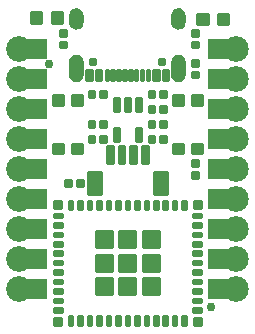
<source format=gts>
G04 EAGLE Gerber RS-274X export*
G75*
%MOMM*%
%FSLAX34Y34*%
%LPD*%
%INSoldermask Top*%
%IPPOS*%
%AMOC8*
5,1,8,0,0,1.08239X$1,22.5*%
G01*
%ADD10C,0.230578*%
%ADD11C,0.225369*%
%ADD12C,0.777000*%
%ADD13C,0.223409*%
%ADD14C,0.428259*%
%ADD15C,0.225938*%
%ADD16C,0.762000*%
%ADD17C,0.225588*%
%ADD18C,1.147000*%
%ADD19C,2.167000*%
%ADD20C,0.226609*%
%ADD21C,0.220778*%
%ADD22C,0.231559*%

G36*
X33022Y283720D02*
X33022Y283720D01*
X33024Y283719D01*
X33067Y283739D01*
X33111Y283757D01*
X33111Y283759D01*
X33113Y283760D01*
X33146Y283845D01*
X33146Y300355D01*
X33145Y300357D01*
X33146Y300359D01*
X33126Y300402D01*
X33108Y300446D01*
X33106Y300446D01*
X33105Y300448D01*
X33020Y300481D01*
X12700Y300481D01*
X12698Y300480D01*
X12696Y300481D01*
X12653Y300461D01*
X12609Y300443D01*
X12609Y300441D01*
X12607Y300440D01*
X12574Y300355D01*
X12574Y283845D01*
X12575Y283843D01*
X12574Y283841D01*
X12594Y283798D01*
X12612Y283754D01*
X12614Y283754D01*
X12615Y283752D01*
X12700Y283719D01*
X33020Y283719D01*
X33022Y283720D01*
G37*
G36*
X190502Y283720D02*
X190502Y283720D01*
X190504Y283719D01*
X190547Y283739D01*
X190591Y283757D01*
X190591Y283759D01*
X190593Y283760D01*
X190626Y283845D01*
X190626Y300355D01*
X190625Y300357D01*
X190626Y300359D01*
X190606Y300402D01*
X190588Y300446D01*
X190586Y300446D01*
X190585Y300448D01*
X190500Y300481D01*
X170180Y300481D01*
X170178Y300480D01*
X170176Y300481D01*
X170133Y300461D01*
X170089Y300443D01*
X170089Y300441D01*
X170087Y300440D01*
X170054Y300355D01*
X170054Y283845D01*
X170055Y283843D01*
X170054Y283841D01*
X170074Y283798D01*
X170092Y283754D01*
X170094Y283754D01*
X170095Y283752D01*
X170180Y283719D01*
X190500Y283719D01*
X190502Y283720D01*
G37*
G36*
X190502Y258320D02*
X190502Y258320D01*
X190504Y258319D01*
X190547Y258339D01*
X190591Y258357D01*
X190591Y258359D01*
X190593Y258360D01*
X190626Y258445D01*
X190626Y274955D01*
X190625Y274957D01*
X190626Y274959D01*
X190606Y275002D01*
X190588Y275046D01*
X190586Y275046D01*
X190585Y275048D01*
X190500Y275081D01*
X170180Y275081D01*
X170178Y275080D01*
X170176Y275081D01*
X170133Y275061D01*
X170089Y275043D01*
X170089Y275041D01*
X170087Y275040D01*
X170054Y274955D01*
X170054Y258445D01*
X170055Y258443D01*
X170054Y258441D01*
X170074Y258398D01*
X170092Y258354D01*
X170094Y258354D01*
X170095Y258352D01*
X170180Y258319D01*
X190500Y258319D01*
X190502Y258320D01*
G37*
G36*
X33022Y258320D02*
X33022Y258320D01*
X33024Y258319D01*
X33067Y258339D01*
X33111Y258357D01*
X33111Y258359D01*
X33113Y258360D01*
X33146Y258445D01*
X33146Y274955D01*
X33145Y274957D01*
X33146Y274959D01*
X33126Y275002D01*
X33108Y275046D01*
X33106Y275046D01*
X33105Y275048D01*
X33020Y275081D01*
X12700Y275081D01*
X12698Y275080D01*
X12696Y275081D01*
X12653Y275061D01*
X12609Y275043D01*
X12609Y275041D01*
X12607Y275040D01*
X12574Y274955D01*
X12574Y258445D01*
X12575Y258443D01*
X12574Y258441D01*
X12594Y258398D01*
X12612Y258354D01*
X12614Y258354D01*
X12615Y258352D01*
X12700Y258319D01*
X33020Y258319D01*
X33022Y258320D01*
G37*
G36*
X33022Y232920D02*
X33022Y232920D01*
X33024Y232919D01*
X33067Y232939D01*
X33111Y232957D01*
X33111Y232959D01*
X33113Y232960D01*
X33146Y233045D01*
X33146Y249555D01*
X33145Y249557D01*
X33146Y249559D01*
X33126Y249602D01*
X33108Y249646D01*
X33106Y249646D01*
X33105Y249648D01*
X33020Y249681D01*
X12700Y249681D01*
X12698Y249680D01*
X12696Y249681D01*
X12653Y249661D01*
X12609Y249643D01*
X12609Y249641D01*
X12607Y249640D01*
X12574Y249555D01*
X12574Y233045D01*
X12575Y233043D01*
X12574Y233041D01*
X12594Y232998D01*
X12612Y232954D01*
X12614Y232954D01*
X12615Y232952D01*
X12700Y232919D01*
X33020Y232919D01*
X33022Y232920D01*
G37*
G36*
X190502Y232920D02*
X190502Y232920D01*
X190504Y232919D01*
X190547Y232939D01*
X190591Y232957D01*
X190591Y232959D01*
X190593Y232960D01*
X190626Y233045D01*
X190626Y249555D01*
X190625Y249557D01*
X190626Y249559D01*
X190606Y249602D01*
X190588Y249646D01*
X190586Y249646D01*
X190585Y249648D01*
X190500Y249681D01*
X170180Y249681D01*
X170178Y249680D01*
X170176Y249681D01*
X170133Y249661D01*
X170089Y249643D01*
X170089Y249641D01*
X170087Y249640D01*
X170054Y249555D01*
X170054Y233045D01*
X170055Y233043D01*
X170054Y233041D01*
X170074Y232998D01*
X170092Y232954D01*
X170094Y232954D01*
X170095Y232952D01*
X170180Y232919D01*
X190500Y232919D01*
X190502Y232920D01*
G37*
G36*
X190502Y207520D02*
X190502Y207520D01*
X190504Y207519D01*
X190547Y207539D01*
X190591Y207557D01*
X190591Y207559D01*
X190593Y207560D01*
X190626Y207645D01*
X190626Y224155D01*
X190625Y224157D01*
X190626Y224159D01*
X190606Y224202D01*
X190588Y224246D01*
X190586Y224246D01*
X190585Y224248D01*
X190500Y224281D01*
X170180Y224281D01*
X170178Y224280D01*
X170176Y224281D01*
X170133Y224261D01*
X170089Y224243D01*
X170089Y224241D01*
X170087Y224240D01*
X170054Y224155D01*
X170054Y207645D01*
X170055Y207643D01*
X170054Y207641D01*
X170074Y207598D01*
X170092Y207554D01*
X170094Y207554D01*
X170095Y207552D01*
X170180Y207519D01*
X190500Y207519D01*
X190502Y207520D01*
G37*
G36*
X33022Y207520D02*
X33022Y207520D01*
X33024Y207519D01*
X33067Y207539D01*
X33111Y207557D01*
X33111Y207559D01*
X33113Y207560D01*
X33146Y207645D01*
X33146Y224155D01*
X33145Y224157D01*
X33146Y224159D01*
X33126Y224202D01*
X33108Y224246D01*
X33106Y224246D01*
X33105Y224248D01*
X33020Y224281D01*
X12700Y224281D01*
X12698Y224280D01*
X12696Y224281D01*
X12653Y224261D01*
X12609Y224243D01*
X12609Y224241D01*
X12607Y224240D01*
X12574Y224155D01*
X12574Y207645D01*
X12575Y207643D01*
X12574Y207641D01*
X12594Y207598D01*
X12612Y207554D01*
X12614Y207554D01*
X12615Y207552D01*
X12700Y207519D01*
X33020Y207519D01*
X33022Y207520D01*
G37*
G36*
X190502Y182120D02*
X190502Y182120D01*
X190504Y182119D01*
X190547Y182139D01*
X190591Y182157D01*
X190591Y182159D01*
X190593Y182160D01*
X190626Y182245D01*
X190626Y198755D01*
X190625Y198757D01*
X190626Y198759D01*
X190606Y198802D01*
X190588Y198846D01*
X190586Y198846D01*
X190585Y198848D01*
X190500Y198881D01*
X170180Y198881D01*
X170178Y198880D01*
X170176Y198881D01*
X170133Y198861D01*
X170089Y198843D01*
X170089Y198841D01*
X170087Y198840D01*
X170054Y198755D01*
X170054Y182245D01*
X170055Y182243D01*
X170054Y182241D01*
X170074Y182198D01*
X170092Y182154D01*
X170094Y182154D01*
X170095Y182152D01*
X170180Y182119D01*
X190500Y182119D01*
X190502Y182120D01*
G37*
G36*
X33022Y182120D02*
X33022Y182120D01*
X33024Y182119D01*
X33067Y182139D01*
X33111Y182157D01*
X33111Y182159D01*
X33113Y182160D01*
X33146Y182245D01*
X33146Y198755D01*
X33145Y198757D01*
X33146Y198759D01*
X33126Y198802D01*
X33108Y198846D01*
X33106Y198846D01*
X33105Y198848D01*
X33020Y198881D01*
X12700Y198881D01*
X12698Y198880D01*
X12696Y198881D01*
X12653Y198861D01*
X12609Y198843D01*
X12609Y198841D01*
X12607Y198840D01*
X12574Y198755D01*
X12574Y182245D01*
X12575Y182243D01*
X12574Y182241D01*
X12594Y182198D01*
X12612Y182154D01*
X12614Y182154D01*
X12615Y182152D01*
X12700Y182119D01*
X33020Y182119D01*
X33022Y182120D01*
G37*
G36*
X33022Y156720D02*
X33022Y156720D01*
X33024Y156719D01*
X33067Y156739D01*
X33111Y156757D01*
X33111Y156759D01*
X33113Y156760D01*
X33146Y156845D01*
X33146Y173355D01*
X33145Y173357D01*
X33146Y173359D01*
X33126Y173402D01*
X33108Y173446D01*
X33106Y173446D01*
X33105Y173448D01*
X33020Y173481D01*
X12700Y173481D01*
X12698Y173480D01*
X12696Y173481D01*
X12653Y173461D01*
X12609Y173443D01*
X12609Y173441D01*
X12607Y173440D01*
X12574Y173355D01*
X12574Y156845D01*
X12575Y156843D01*
X12574Y156841D01*
X12594Y156798D01*
X12612Y156754D01*
X12614Y156754D01*
X12615Y156752D01*
X12700Y156719D01*
X33020Y156719D01*
X33022Y156720D01*
G37*
G36*
X190502Y156720D02*
X190502Y156720D01*
X190504Y156719D01*
X190547Y156739D01*
X190591Y156757D01*
X190591Y156759D01*
X190593Y156760D01*
X190626Y156845D01*
X190626Y173355D01*
X190625Y173357D01*
X190626Y173359D01*
X190606Y173402D01*
X190588Y173446D01*
X190586Y173446D01*
X190585Y173448D01*
X190500Y173481D01*
X170180Y173481D01*
X170178Y173480D01*
X170176Y173481D01*
X170133Y173461D01*
X170089Y173443D01*
X170089Y173441D01*
X170087Y173440D01*
X170054Y173355D01*
X170054Y156845D01*
X170055Y156843D01*
X170054Y156841D01*
X170074Y156798D01*
X170092Y156754D01*
X170094Y156754D01*
X170095Y156752D01*
X170180Y156719D01*
X190500Y156719D01*
X190502Y156720D01*
G37*
G36*
X33022Y131320D02*
X33022Y131320D01*
X33024Y131319D01*
X33067Y131339D01*
X33111Y131357D01*
X33111Y131359D01*
X33113Y131360D01*
X33146Y131445D01*
X33146Y147955D01*
X33145Y147957D01*
X33146Y147959D01*
X33126Y148002D01*
X33108Y148046D01*
X33106Y148046D01*
X33105Y148048D01*
X33020Y148081D01*
X12700Y148081D01*
X12698Y148080D01*
X12696Y148081D01*
X12653Y148061D01*
X12609Y148043D01*
X12609Y148041D01*
X12607Y148040D01*
X12574Y147955D01*
X12574Y131445D01*
X12575Y131443D01*
X12574Y131441D01*
X12594Y131398D01*
X12612Y131354D01*
X12614Y131354D01*
X12615Y131352D01*
X12700Y131319D01*
X33020Y131319D01*
X33022Y131320D01*
G37*
G36*
X190502Y131320D02*
X190502Y131320D01*
X190504Y131319D01*
X190547Y131339D01*
X190591Y131357D01*
X190591Y131359D01*
X190593Y131360D01*
X190626Y131445D01*
X190626Y147955D01*
X190625Y147957D01*
X190626Y147959D01*
X190606Y148002D01*
X190588Y148046D01*
X190586Y148046D01*
X190585Y148048D01*
X190500Y148081D01*
X170180Y148081D01*
X170178Y148080D01*
X170176Y148081D01*
X170133Y148061D01*
X170089Y148043D01*
X170089Y148041D01*
X170087Y148040D01*
X170054Y147955D01*
X170054Y131445D01*
X170055Y131443D01*
X170054Y131441D01*
X170074Y131398D01*
X170092Y131354D01*
X170094Y131354D01*
X170095Y131352D01*
X170180Y131319D01*
X190500Y131319D01*
X190502Y131320D01*
G37*
G36*
X190502Y105920D02*
X190502Y105920D01*
X190504Y105919D01*
X190547Y105939D01*
X190591Y105957D01*
X190591Y105959D01*
X190593Y105960D01*
X190626Y106045D01*
X190626Y122555D01*
X190625Y122557D01*
X190626Y122559D01*
X190606Y122602D01*
X190588Y122646D01*
X190586Y122646D01*
X190585Y122648D01*
X190500Y122681D01*
X170180Y122681D01*
X170178Y122680D01*
X170176Y122681D01*
X170133Y122661D01*
X170089Y122643D01*
X170089Y122641D01*
X170087Y122640D01*
X170054Y122555D01*
X170054Y106045D01*
X170055Y106043D01*
X170054Y106041D01*
X170074Y105998D01*
X170092Y105954D01*
X170094Y105954D01*
X170095Y105952D01*
X170180Y105919D01*
X190500Y105919D01*
X190502Y105920D01*
G37*
G36*
X33022Y105920D02*
X33022Y105920D01*
X33024Y105919D01*
X33067Y105939D01*
X33111Y105957D01*
X33111Y105959D01*
X33113Y105960D01*
X33146Y106045D01*
X33146Y122555D01*
X33145Y122557D01*
X33146Y122559D01*
X33126Y122602D01*
X33108Y122646D01*
X33106Y122646D01*
X33105Y122648D01*
X33020Y122681D01*
X12700Y122681D01*
X12698Y122680D01*
X12696Y122681D01*
X12653Y122661D01*
X12609Y122643D01*
X12609Y122641D01*
X12607Y122640D01*
X12574Y122555D01*
X12574Y106045D01*
X12575Y106043D01*
X12574Y106041D01*
X12594Y105998D01*
X12612Y105954D01*
X12614Y105954D01*
X12615Y105952D01*
X12700Y105919D01*
X33020Y105919D01*
X33022Y105920D01*
G37*
G36*
X33022Y80520D02*
X33022Y80520D01*
X33024Y80519D01*
X33067Y80539D01*
X33111Y80557D01*
X33111Y80559D01*
X33113Y80560D01*
X33146Y80645D01*
X33146Y97155D01*
X33145Y97157D01*
X33146Y97159D01*
X33126Y97202D01*
X33108Y97246D01*
X33106Y97246D01*
X33105Y97248D01*
X33020Y97281D01*
X12700Y97281D01*
X12698Y97280D01*
X12696Y97281D01*
X12653Y97261D01*
X12609Y97243D01*
X12609Y97241D01*
X12607Y97240D01*
X12574Y97155D01*
X12574Y80645D01*
X12575Y80643D01*
X12574Y80641D01*
X12594Y80598D01*
X12612Y80554D01*
X12614Y80554D01*
X12615Y80552D01*
X12700Y80519D01*
X33020Y80519D01*
X33022Y80520D01*
G37*
G36*
X190502Y80520D02*
X190502Y80520D01*
X190504Y80519D01*
X190547Y80539D01*
X190591Y80557D01*
X190591Y80559D01*
X190593Y80560D01*
X190626Y80645D01*
X190626Y97155D01*
X190625Y97157D01*
X190626Y97159D01*
X190606Y97202D01*
X190588Y97246D01*
X190586Y97246D01*
X190585Y97248D01*
X190500Y97281D01*
X170180Y97281D01*
X170178Y97280D01*
X170176Y97281D01*
X170133Y97261D01*
X170089Y97243D01*
X170089Y97241D01*
X170087Y97240D01*
X170054Y97155D01*
X170054Y80645D01*
X170055Y80643D01*
X170054Y80641D01*
X170074Y80598D01*
X170092Y80554D01*
X170094Y80554D01*
X170095Y80552D01*
X170180Y80519D01*
X190500Y80519D01*
X190502Y80520D01*
G37*
G36*
X59534Y264368D02*
X59534Y264368D01*
X59539Y264373D01*
X59543Y264369D01*
X60640Y264656D01*
X60644Y264662D01*
X60649Y264659D01*
X61668Y265154D01*
X61671Y265160D01*
X61676Y265159D01*
X62579Y265843D01*
X62581Y265850D01*
X62586Y265850D01*
X63339Y266697D01*
X63339Y266704D01*
X63344Y266705D01*
X63917Y267682D01*
X63916Y267685D01*
X63917Y267686D01*
X63916Y267687D01*
X63916Y267689D01*
X63921Y267691D01*
X64292Y268762D01*
X64290Y268767D01*
X64293Y268769D01*
X64292Y268770D01*
X64294Y268771D01*
X64449Y269893D01*
X64446Y269898D01*
X64449Y269900D01*
X64449Y281900D01*
X64446Y281905D01*
X64449Y281908D01*
X64244Y283175D01*
X64238Y283181D01*
X64241Y283186D01*
X63759Y284375D01*
X63752Y284379D01*
X63754Y284385D01*
X63020Y285438D01*
X63012Y285440D01*
X63013Y285446D01*
X62063Y286309D01*
X62054Y286310D01*
X62054Y286315D01*
X60935Y286945D01*
X60927Y286944D01*
X60925Y286950D01*
X59695Y287315D01*
X59687Y287312D01*
X59684Y287317D01*
X58403Y287399D01*
X58397Y287399D01*
X57116Y287317D01*
X57110Y287311D01*
X57105Y287315D01*
X55875Y286950D01*
X55870Y286943D01*
X55865Y286945D01*
X54746Y286315D01*
X54743Y286308D01*
X54737Y286309D01*
X53787Y285446D01*
X53786Y285438D01*
X53780Y285438D01*
X53046Y284385D01*
X53046Y284377D01*
X53041Y284375D01*
X52559Y283186D01*
X52561Y283180D01*
X52557Y283177D01*
X52558Y283176D01*
X52556Y283175D01*
X52351Y281908D01*
X52354Y281903D01*
X52351Y281900D01*
X52351Y269900D01*
X52354Y269896D01*
X52351Y269893D01*
X52506Y268771D01*
X52511Y268766D01*
X52508Y268762D01*
X52879Y267691D01*
X52885Y267687D01*
X52883Y267682D01*
X53456Y266705D01*
X53462Y266702D01*
X53461Y266697D01*
X54214Y265850D01*
X54221Y265848D01*
X54221Y265843D01*
X55124Y265159D01*
X55131Y265159D01*
X55132Y265154D01*
X56151Y264659D01*
X56158Y264661D01*
X56160Y264656D01*
X57257Y264369D01*
X57263Y264372D01*
X57266Y264368D01*
X58397Y264301D01*
X58401Y264303D01*
X58403Y264301D01*
X59534Y264368D01*
G37*
G36*
X145934Y264368D02*
X145934Y264368D01*
X145939Y264373D01*
X145943Y264369D01*
X147040Y264656D01*
X147044Y264662D01*
X147049Y264659D01*
X148068Y265154D01*
X148071Y265160D01*
X148076Y265159D01*
X148979Y265843D01*
X148981Y265850D01*
X148986Y265850D01*
X149739Y266697D01*
X149739Y266704D01*
X149744Y266705D01*
X150317Y267682D01*
X150316Y267685D01*
X150317Y267686D01*
X150316Y267687D01*
X150316Y267689D01*
X150321Y267691D01*
X150692Y268762D01*
X150690Y268767D01*
X150693Y268769D01*
X150692Y268770D01*
X150694Y268771D01*
X150849Y269893D01*
X150846Y269898D01*
X150849Y269900D01*
X150849Y281900D01*
X150846Y281905D01*
X150849Y281908D01*
X150644Y283175D01*
X150638Y283181D01*
X150641Y283186D01*
X150159Y284375D01*
X150152Y284379D01*
X150154Y284385D01*
X149420Y285438D01*
X149412Y285440D01*
X149413Y285446D01*
X148463Y286309D01*
X148454Y286310D01*
X148454Y286315D01*
X147335Y286945D01*
X147327Y286944D01*
X147325Y286950D01*
X146095Y287315D01*
X146087Y287312D01*
X146084Y287317D01*
X144803Y287399D01*
X144797Y287399D01*
X143516Y287317D01*
X143510Y287311D01*
X143505Y287315D01*
X142275Y286950D01*
X142270Y286943D01*
X142265Y286945D01*
X141146Y286315D01*
X141143Y286308D01*
X141137Y286309D01*
X140187Y285446D01*
X140186Y285438D01*
X140180Y285438D01*
X139446Y284385D01*
X139446Y284377D01*
X139441Y284375D01*
X138959Y283186D01*
X138961Y283180D01*
X138957Y283177D01*
X138958Y283176D01*
X138956Y283175D01*
X138751Y281908D01*
X138754Y281903D01*
X138751Y281900D01*
X138751Y269900D01*
X138754Y269896D01*
X138751Y269893D01*
X138906Y268771D01*
X138911Y268766D01*
X138908Y268762D01*
X139279Y267691D01*
X139285Y267687D01*
X139283Y267682D01*
X139856Y266705D01*
X139862Y266702D01*
X139861Y266697D01*
X140614Y265850D01*
X140621Y265848D01*
X140621Y265843D01*
X141524Y265159D01*
X141531Y265159D01*
X141532Y265154D01*
X142551Y264659D01*
X142558Y264661D01*
X142560Y264656D01*
X143657Y264369D01*
X143663Y264372D01*
X143666Y264368D01*
X144797Y264301D01*
X144801Y264303D01*
X144803Y264301D01*
X145934Y264368D01*
G37*
G36*
X144802Y308605D02*
X144802Y308605D01*
X144806Y308601D01*
X146146Y308758D01*
X146152Y308763D01*
X146157Y308760D01*
X147428Y309211D01*
X147433Y309218D01*
X147438Y309216D01*
X148577Y309938D01*
X148580Y309946D01*
X148586Y309945D01*
X149536Y310903D01*
X149537Y310911D01*
X149543Y310912D01*
X150256Y312057D01*
X150255Y312066D01*
X150261Y312067D01*
X150701Y313343D01*
X150699Y313350D01*
X150703Y313353D01*
X150849Y314695D01*
X150847Y314698D01*
X150849Y314700D01*
X150849Y320700D01*
X150847Y320704D01*
X150849Y320706D01*
X150694Y322035D01*
X150688Y322041D01*
X150691Y322045D01*
X150244Y323306D01*
X150237Y323311D01*
X150239Y323316D01*
X149522Y324446D01*
X149515Y324449D01*
X149516Y324455D01*
X148566Y325397D01*
X148557Y325398D01*
X148557Y325404D01*
X147421Y326111D01*
X147413Y326110D01*
X147411Y326116D01*
X146146Y326552D01*
X146138Y326550D01*
X146136Y326555D01*
X144805Y326699D01*
X144799Y326695D01*
X144795Y326699D01*
X143629Y326589D01*
X143624Y326584D01*
X143620Y326587D01*
X142497Y326252D01*
X142493Y326246D01*
X142489Y326248D01*
X141453Y325700D01*
X141450Y325694D01*
X141445Y325695D01*
X140537Y324956D01*
X140535Y324949D01*
X140530Y324949D01*
X139783Y324047D01*
X139783Y324040D01*
X139778Y324039D01*
X139221Y323008D01*
X139222Y323001D01*
X139217Y322999D01*
X138873Y321880D01*
X138875Y321873D01*
X138871Y321870D01*
X138751Y320705D01*
X138753Y320702D01*
X138751Y320700D01*
X138751Y314700D01*
X138753Y314697D01*
X138751Y314695D01*
X138862Y313519D01*
X138867Y313514D01*
X138864Y313510D01*
X139202Y312378D01*
X139208Y312374D01*
X139206Y312369D01*
X139758Y311325D01*
X139765Y311322D01*
X139763Y311317D01*
X140509Y310401D01*
X140516Y310400D01*
X140516Y310394D01*
X141426Y309641D01*
X141433Y309641D01*
X141434Y309636D01*
X142473Y309075D01*
X142480Y309076D01*
X142482Y309071D01*
X143611Y308724D01*
X143617Y308726D01*
X143620Y308722D01*
X144795Y308601D01*
X144802Y308605D01*
G37*
G36*
X58402Y308605D02*
X58402Y308605D01*
X58406Y308601D01*
X59746Y308758D01*
X59752Y308763D01*
X59757Y308760D01*
X61028Y309211D01*
X61033Y309218D01*
X61038Y309216D01*
X62177Y309938D01*
X62180Y309946D01*
X62186Y309945D01*
X63136Y310903D01*
X63137Y310911D01*
X63143Y310912D01*
X63856Y312057D01*
X63855Y312066D01*
X63861Y312067D01*
X64301Y313343D01*
X64299Y313350D01*
X64303Y313353D01*
X64449Y314695D01*
X64447Y314698D01*
X64449Y314700D01*
X64449Y320700D01*
X64447Y320704D01*
X64449Y320706D01*
X64294Y322035D01*
X64288Y322041D01*
X64291Y322045D01*
X63844Y323306D01*
X63837Y323311D01*
X63839Y323316D01*
X63122Y324446D01*
X63115Y324449D01*
X63116Y324455D01*
X62166Y325397D01*
X62157Y325398D01*
X62157Y325404D01*
X61021Y326111D01*
X61013Y326110D01*
X61011Y326116D01*
X59746Y326552D01*
X59738Y326550D01*
X59736Y326555D01*
X58405Y326699D01*
X58399Y326695D01*
X58395Y326699D01*
X57229Y326589D01*
X57224Y326584D01*
X57220Y326587D01*
X56097Y326252D01*
X56093Y326246D01*
X56089Y326248D01*
X55053Y325700D01*
X55050Y325694D01*
X55045Y325695D01*
X54137Y324956D01*
X54135Y324949D01*
X54130Y324949D01*
X53383Y324047D01*
X53383Y324040D01*
X53378Y324039D01*
X52821Y323008D01*
X52822Y323001D01*
X52817Y322999D01*
X52473Y321880D01*
X52475Y321873D01*
X52471Y321870D01*
X52351Y320705D01*
X52353Y320702D01*
X52351Y320700D01*
X52351Y314700D01*
X52353Y314697D01*
X52351Y314695D01*
X52462Y313519D01*
X52467Y313514D01*
X52464Y313510D01*
X52802Y312378D01*
X52808Y312374D01*
X52806Y312369D01*
X53358Y311325D01*
X53365Y311322D01*
X53363Y311317D01*
X54109Y310401D01*
X54116Y310400D01*
X54116Y310394D01*
X55026Y309641D01*
X55033Y309641D01*
X55034Y309636D01*
X56073Y309075D01*
X56080Y309076D01*
X56082Y309071D01*
X57211Y308724D01*
X57217Y308726D01*
X57220Y308722D01*
X58395Y308601D01*
X58402Y308605D01*
G37*
D10*
X93118Y274582D02*
X95082Y274582D01*
X95082Y265618D01*
X93118Y265618D01*
X93118Y274582D01*
X93118Y267809D02*
X95082Y267809D01*
X95082Y270000D02*
X93118Y270000D01*
X93118Y272191D02*
X95082Y272191D01*
X95082Y274382D02*
X93118Y274382D01*
X98118Y274582D02*
X100082Y274582D01*
X100082Y265618D01*
X98118Y265618D01*
X98118Y274582D01*
X98118Y267809D02*
X100082Y267809D01*
X100082Y270000D02*
X98118Y270000D01*
X98118Y272191D02*
X100082Y272191D01*
X100082Y274382D02*
X98118Y274382D01*
D11*
X71858Y274608D02*
X66842Y274608D01*
X71858Y274608D02*
X71858Y265592D01*
X66842Y265592D01*
X66842Y274608D01*
X66842Y267733D02*
X71858Y267733D01*
X71858Y269874D02*
X66842Y269874D01*
X66842Y272015D02*
X71858Y272015D01*
X71858Y274156D02*
X66842Y274156D01*
X74592Y274608D02*
X79608Y274608D01*
X79608Y265592D01*
X74592Y265592D01*
X74592Y274608D01*
X74592Y267733D02*
X79608Y267733D01*
X79608Y269874D02*
X74592Y269874D01*
X74592Y272015D02*
X79608Y272015D01*
X79608Y274156D02*
X74592Y274156D01*
D10*
X83118Y274582D02*
X85082Y274582D01*
X85082Y265618D01*
X83118Y265618D01*
X83118Y274582D01*
X83118Y267809D02*
X85082Y267809D01*
X85082Y270000D02*
X83118Y270000D01*
X83118Y272191D02*
X85082Y272191D01*
X85082Y274382D02*
X83118Y274382D01*
X88118Y274582D02*
X90082Y274582D01*
X90082Y265618D01*
X88118Y265618D01*
X88118Y274582D01*
X88118Y267809D02*
X90082Y267809D01*
X90082Y270000D02*
X88118Y270000D01*
X88118Y272191D02*
X90082Y272191D01*
X90082Y274382D02*
X88118Y274382D01*
X108118Y265618D02*
X110082Y265618D01*
X108118Y265618D02*
X108118Y274582D01*
X110082Y274582D01*
X110082Y265618D01*
X110082Y267809D02*
X108118Y267809D01*
X108118Y270000D02*
X110082Y270000D01*
X110082Y272191D02*
X108118Y272191D01*
X108118Y274382D02*
X110082Y274382D01*
X105082Y265618D02*
X103118Y265618D01*
X103118Y274582D01*
X105082Y274582D01*
X105082Y265618D01*
X105082Y267809D02*
X103118Y267809D01*
X103118Y270000D02*
X105082Y270000D01*
X105082Y272191D02*
X103118Y272191D01*
X103118Y274382D02*
X105082Y274382D01*
D11*
X131342Y265592D02*
X136358Y265592D01*
X131342Y265592D02*
X131342Y274608D01*
X136358Y274608D01*
X136358Y265592D01*
X136358Y267733D02*
X131342Y267733D01*
X131342Y269874D02*
X136358Y269874D01*
X136358Y272015D02*
X131342Y272015D01*
X131342Y274156D02*
X136358Y274156D01*
X128608Y265592D02*
X123592Y265592D01*
X123592Y274608D01*
X128608Y274608D01*
X128608Y265592D01*
X128608Y267733D02*
X123592Y267733D01*
X123592Y269874D02*
X128608Y269874D01*
X128608Y272015D02*
X123592Y272015D01*
X123592Y274156D02*
X128608Y274156D01*
D10*
X120082Y265618D02*
X118118Y265618D01*
X118118Y274582D01*
X120082Y274582D01*
X120082Y265618D01*
X120082Y267809D02*
X118118Y267809D01*
X118118Y270000D02*
X120082Y270000D01*
X120082Y272191D02*
X118118Y272191D01*
X118118Y274382D02*
X120082Y274382D01*
X115082Y265618D02*
X113118Y265618D01*
X113118Y274582D01*
X115082Y274582D01*
X115082Y265618D01*
X115082Y267809D02*
X113118Y267809D01*
X113118Y270000D02*
X115082Y270000D01*
X115082Y272191D02*
X113118Y272191D01*
X113118Y274382D02*
X115082Y274382D01*
D12*
X130500Y281150D03*
X72700Y281150D03*
D13*
X108832Y250929D02*
X113368Y250929D01*
X113368Y239893D01*
X108832Y239893D01*
X108832Y250929D01*
X108832Y242015D02*
X113368Y242015D01*
X113368Y244137D02*
X108832Y244137D01*
X108832Y246259D02*
X113368Y246259D01*
X113368Y248381D02*
X108832Y248381D01*
X108832Y250503D02*
X113368Y250503D01*
X103868Y250929D02*
X99332Y250929D01*
X103868Y250929D02*
X103868Y239893D01*
X99332Y239893D01*
X99332Y250929D01*
X99332Y242015D02*
X103868Y242015D01*
X103868Y244137D02*
X99332Y244137D01*
X99332Y246259D02*
X103868Y246259D01*
X103868Y248381D02*
X99332Y248381D01*
X99332Y250503D02*
X103868Y250503D01*
X94368Y250929D02*
X89832Y250929D01*
X94368Y250929D02*
X94368Y239893D01*
X89832Y239893D01*
X89832Y250929D01*
X89832Y242015D02*
X94368Y242015D01*
X94368Y244137D02*
X89832Y244137D01*
X89832Y246259D02*
X94368Y246259D01*
X94368Y248381D02*
X89832Y248381D01*
X89832Y250503D02*
X94368Y250503D01*
X94368Y224927D02*
X89832Y224927D01*
X94368Y224927D02*
X94368Y213891D01*
X89832Y213891D01*
X89832Y224927D01*
X89832Y216013D02*
X94368Y216013D01*
X94368Y218135D02*
X89832Y218135D01*
X89832Y220257D02*
X94368Y220257D01*
X94368Y222379D02*
X89832Y222379D01*
X89832Y224501D02*
X94368Y224501D01*
X108832Y224927D02*
X113368Y224927D01*
X113368Y213891D01*
X108832Y213891D01*
X108832Y224927D01*
X108832Y216013D02*
X113368Y216013D01*
X113368Y218135D02*
X108832Y218135D01*
X108832Y220257D02*
X113368Y220257D01*
X113368Y222379D02*
X108832Y222379D01*
X108832Y224501D02*
X113368Y224501D01*
D14*
X38296Y315276D02*
X38296Y322264D01*
X45284Y322264D01*
X45284Y315276D01*
X38296Y315276D01*
X38296Y319345D02*
X45284Y319345D01*
X20756Y322264D02*
X20756Y315276D01*
X20756Y322264D02*
X27744Y322264D01*
X27744Y315276D01*
X20756Y315276D01*
X20756Y319345D02*
X27744Y319345D01*
D11*
X49498Y298498D02*
X49498Y293482D01*
X44482Y293482D01*
X44482Y298498D01*
X49498Y298498D01*
X49498Y295623D02*
X44482Y295623D01*
X44482Y297764D02*
X49498Y297764D01*
X49498Y303482D02*
X49498Y308498D01*
X49498Y303482D02*
X44482Y303482D01*
X44482Y308498D01*
X49498Y308498D01*
X49498Y305623D02*
X44482Y305623D01*
X44482Y307764D02*
X49498Y307764D01*
X78692Y218408D02*
X83708Y218408D01*
X83708Y213392D01*
X78692Y213392D01*
X78692Y218408D01*
X78692Y215533D02*
X83708Y215533D01*
X83708Y217674D02*
X78692Y217674D01*
X73708Y218408D02*
X68692Y218408D01*
X73708Y218408D02*
X73708Y213392D01*
X68692Y213392D01*
X68692Y218408D01*
X68692Y215533D02*
X73708Y215533D01*
X73708Y217674D02*
X68692Y217674D01*
X68692Y226092D02*
X73708Y226092D01*
X68692Y226092D02*
X68692Y231108D01*
X73708Y231108D01*
X73708Y226092D01*
X73708Y228233D02*
X68692Y228233D01*
X68692Y230374D02*
X73708Y230374D01*
X78692Y226092D02*
X83708Y226092D01*
X78692Y226092D02*
X78692Y231108D01*
X83708Y231108D01*
X83708Y226092D01*
X83708Y228233D02*
X78692Y228233D01*
X78692Y230374D02*
X83708Y230374D01*
X73708Y251492D02*
X68692Y251492D01*
X68692Y256508D01*
X73708Y256508D01*
X73708Y251492D01*
X73708Y253633D02*
X68692Y253633D01*
X68692Y255774D02*
X73708Y255774D01*
X78692Y251492D02*
X83708Y251492D01*
X78692Y251492D02*
X78692Y256508D01*
X83708Y256508D01*
X83708Y251492D01*
X83708Y253633D02*
X78692Y253633D01*
X78692Y255774D02*
X83708Y255774D01*
X129492Y256508D02*
X134508Y256508D01*
X134508Y251492D01*
X129492Y251492D01*
X129492Y256508D01*
X129492Y253633D02*
X134508Y253633D01*
X134508Y255774D02*
X129492Y255774D01*
X124508Y256508D02*
X119492Y256508D01*
X124508Y256508D02*
X124508Y251492D01*
X119492Y251492D01*
X119492Y256508D01*
X119492Y253633D02*
X124508Y253633D01*
X124508Y255774D02*
X119492Y255774D01*
X119492Y238792D02*
X124508Y238792D01*
X119492Y238792D02*
X119492Y243808D01*
X124508Y243808D01*
X124508Y238792D01*
X124508Y240933D02*
X119492Y240933D01*
X119492Y243074D02*
X124508Y243074D01*
X129492Y238792D02*
X134508Y238792D01*
X129492Y238792D02*
X129492Y243808D01*
X134508Y243808D01*
X134508Y238792D01*
X134508Y240933D02*
X129492Y240933D01*
X129492Y243074D02*
X134508Y243074D01*
X124508Y226092D02*
X119492Y226092D01*
X119492Y231108D01*
X124508Y231108D01*
X124508Y226092D01*
X124508Y228233D02*
X119492Y228233D01*
X119492Y230374D02*
X124508Y230374D01*
X129492Y226092D02*
X134508Y226092D01*
X129492Y226092D02*
X129492Y231108D01*
X134508Y231108D01*
X134508Y226092D01*
X134508Y228233D02*
X129492Y228233D01*
X129492Y230374D02*
X134508Y230374D01*
D15*
X148906Y245094D02*
X148906Y253106D01*
X148906Y245094D02*
X139894Y245094D01*
X139894Y253106D01*
X148906Y253106D01*
X148906Y247240D02*
X139894Y247240D01*
X139894Y249386D02*
X148906Y249386D01*
X148906Y251532D02*
X139894Y251532D01*
X164906Y253106D02*
X164906Y245094D01*
X155894Y245094D01*
X155894Y253106D01*
X164906Y253106D01*
X164906Y247240D02*
X155894Y247240D01*
X155894Y249386D02*
X164906Y249386D01*
X164906Y251532D02*
X155894Y251532D01*
X164906Y212106D02*
X164906Y204094D01*
X155894Y204094D01*
X155894Y212106D01*
X164906Y212106D01*
X164906Y206240D02*
X155894Y206240D01*
X155894Y208386D02*
X164906Y208386D01*
X164906Y210532D02*
X155894Y210532D01*
X148906Y212106D02*
X148906Y204094D01*
X139894Y204094D01*
X139894Y212106D01*
X148906Y212106D01*
X148906Y206240D02*
X139894Y206240D01*
X139894Y208386D02*
X148906Y208386D01*
X148906Y210532D02*
X139894Y210532D01*
X54294Y212106D02*
X54294Y204094D01*
X54294Y212106D02*
X63306Y212106D01*
X63306Y204094D01*
X54294Y204094D01*
X54294Y206240D02*
X63306Y206240D01*
X63306Y208386D02*
X54294Y208386D01*
X54294Y210532D02*
X63306Y210532D01*
X38294Y212106D02*
X38294Y204094D01*
X38294Y212106D02*
X47306Y212106D01*
X47306Y204094D01*
X38294Y204094D01*
X38294Y206240D02*
X47306Y206240D01*
X47306Y208386D02*
X38294Y208386D01*
X38294Y210532D02*
X47306Y210532D01*
X38294Y245094D02*
X38294Y253106D01*
X47306Y253106D01*
X47306Y245094D01*
X38294Y245094D01*
X38294Y247240D02*
X47306Y247240D01*
X47306Y249386D02*
X38294Y249386D01*
X38294Y251532D02*
X47306Y251532D01*
X54294Y253106D02*
X54294Y245094D01*
X54294Y253106D02*
X63306Y253106D01*
X63306Y245094D01*
X54294Y245094D01*
X54294Y247240D02*
X63306Y247240D01*
X63306Y249386D02*
X54294Y249386D01*
X54294Y251532D02*
X63306Y251532D01*
D11*
X129492Y218408D02*
X134508Y218408D01*
X134508Y213392D01*
X129492Y213392D01*
X129492Y218408D01*
X129492Y215533D02*
X134508Y215533D01*
X134508Y217674D02*
X129492Y217674D01*
X124508Y218408D02*
X119492Y218408D01*
X124508Y218408D02*
X124508Y213392D01*
X119492Y213392D01*
X119492Y218408D01*
X119492Y215533D02*
X124508Y215533D01*
X124508Y217674D02*
X119492Y217674D01*
X161258Y268082D02*
X161258Y273098D01*
X161258Y268082D02*
X156242Y268082D01*
X156242Y273098D01*
X161258Y273098D01*
X161258Y270223D02*
X156242Y270223D01*
X156242Y272364D02*
X161258Y272364D01*
X161258Y278082D02*
X161258Y283098D01*
X161258Y278082D02*
X156242Y278082D01*
X156242Y283098D01*
X161258Y283098D01*
X161258Y280223D02*
X156242Y280223D01*
X156242Y282364D02*
X161258Y282364D01*
D14*
X168594Y314006D02*
X168594Y320994D01*
X168594Y314006D02*
X161606Y314006D01*
X161606Y320994D01*
X168594Y320994D01*
X168594Y318075D02*
X161606Y318075D01*
X186134Y320994D02*
X186134Y314006D01*
X179146Y314006D01*
X179146Y320994D01*
X186134Y320994D01*
X186134Y318075D02*
X179146Y318075D01*
D11*
X161258Y298498D02*
X161258Y293482D01*
X156242Y293482D01*
X156242Y298498D01*
X161258Y298498D01*
X161258Y295623D02*
X156242Y295623D01*
X156242Y297764D02*
X161258Y297764D01*
X161258Y303482D02*
X161258Y308498D01*
X161258Y303482D02*
X156242Y303482D01*
X156242Y308498D01*
X161258Y308498D01*
X161258Y305623D02*
X156242Y305623D01*
X156242Y307764D02*
X161258Y307764D01*
D16*
X34798Y279400D03*
X172720Y73660D03*
D11*
X64150Y181070D02*
X59134Y181070D01*
X64150Y181070D02*
X64150Y176054D01*
X59134Y176054D01*
X59134Y181070D01*
X59134Y178195D02*
X64150Y178195D01*
X64150Y180336D02*
X59134Y180336D01*
X54150Y181070D02*
X49134Y181070D01*
X54150Y181070D02*
X54150Y176054D01*
X49134Y176054D01*
X49134Y181070D01*
X49134Y178195D02*
X54150Y178195D01*
X54150Y180336D02*
X49134Y180336D01*
X161258Y182992D02*
X161258Y188008D01*
X161258Y182992D02*
X156242Y182992D01*
X156242Y188008D01*
X161258Y188008D01*
X161258Y185133D02*
X156242Y185133D01*
X156242Y187274D02*
X161258Y187274D01*
X161258Y192992D02*
X161258Y198008D01*
X161258Y192992D02*
X156242Y192992D01*
X156242Y198008D01*
X161258Y198008D01*
X161258Y195133D02*
X156242Y195133D01*
X156242Y197274D02*
X161258Y197274D01*
X119108Y210328D02*
X114092Y210328D01*
X119108Y210328D02*
X119108Y195812D01*
X114092Y195812D01*
X114092Y210328D01*
X114092Y197953D02*
X119108Y197953D01*
X119108Y200094D02*
X114092Y200094D01*
X114092Y202235D02*
X119108Y202235D01*
X119108Y204376D02*
X114092Y204376D01*
X114092Y206517D02*
X119108Y206517D01*
X119108Y208658D02*
X114092Y208658D01*
X109108Y210328D02*
X104092Y210328D01*
X109108Y210328D02*
X109108Y195812D01*
X104092Y195812D01*
X104092Y210328D01*
X104092Y197953D02*
X109108Y197953D01*
X109108Y200094D02*
X104092Y200094D01*
X104092Y202235D02*
X109108Y202235D01*
X109108Y204376D02*
X104092Y204376D01*
X104092Y206517D02*
X109108Y206517D01*
X109108Y208658D02*
X104092Y208658D01*
X99108Y210328D02*
X94092Y210328D01*
X99108Y210328D02*
X99108Y195812D01*
X94092Y195812D01*
X94092Y210328D01*
X94092Y197953D02*
X99108Y197953D01*
X99108Y200094D02*
X94092Y200094D01*
X94092Y202235D02*
X99108Y202235D01*
X99108Y204376D02*
X94092Y204376D01*
X94092Y206517D02*
X99108Y206517D01*
X99108Y208658D02*
X94092Y208658D01*
X89108Y210328D02*
X84092Y210328D01*
X89108Y210328D02*
X89108Y195812D01*
X84092Y195812D01*
X84092Y210328D01*
X84092Y197953D02*
X89108Y197953D01*
X89108Y200094D02*
X84092Y200094D01*
X84092Y202235D02*
X89108Y202235D01*
X89108Y204376D02*
X84092Y204376D01*
X84092Y206517D02*
X89108Y206517D01*
X89108Y208658D02*
X84092Y208658D01*
D17*
X124093Y188327D02*
X135107Y188327D01*
X135107Y169313D01*
X124093Y169313D01*
X124093Y188327D01*
X124093Y171456D02*
X135107Y171456D01*
X135107Y173599D02*
X124093Y173599D01*
X124093Y175742D02*
X135107Y175742D01*
X135107Y177885D02*
X124093Y177885D01*
X124093Y180028D02*
X135107Y180028D01*
X135107Y182171D02*
X124093Y182171D01*
X124093Y184314D02*
X135107Y184314D01*
X135107Y186457D02*
X124093Y186457D01*
X79107Y188327D02*
X68093Y188327D01*
X79107Y188327D02*
X79107Y169313D01*
X68093Y169313D01*
X68093Y188327D01*
X68093Y171456D02*
X79107Y171456D01*
X79107Y173599D02*
X68093Y173599D01*
X68093Y175742D02*
X79107Y175742D01*
X79107Y177885D02*
X68093Y177885D01*
X68093Y180028D02*
X79107Y180028D01*
X79107Y182171D02*
X68093Y182171D01*
X68093Y184314D02*
X79107Y184314D01*
X79107Y186457D02*
X68093Y186457D01*
D18*
X25400Y241300D03*
X25400Y266700D03*
X25400Y215900D03*
X25400Y292100D03*
X25400Y190500D03*
X25400Y139700D03*
X25400Y165100D03*
X25400Y114300D03*
X25400Y88900D03*
D19*
X9700Y292100D03*
X9700Y266700D03*
X9700Y241300D03*
X9700Y215900D03*
X9700Y190500D03*
X9700Y165100D03*
X9700Y139700D03*
X9700Y114300D03*
X9700Y88900D03*
D18*
X177800Y139700D03*
X177800Y114300D03*
X177800Y165100D03*
X177800Y88900D03*
X177800Y190500D03*
X177800Y241300D03*
X177800Y215900D03*
X177800Y266700D03*
X177800Y292100D03*
D19*
X193500Y88900D03*
X193500Y114300D03*
X193500Y139700D03*
X193500Y165100D03*
X193500Y190500D03*
X193500Y215900D03*
X193500Y241300D03*
X193500Y266700D03*
X193500Y292100D03*
D20*
X157098Y72754D02*
X157098Y69750D01*
X157098Y72754D02*
X164102Y72754D01*
X164102Y69750D01*
X157098Y69750D01*
X157098Y71903D02*
X164102Y71903D01*
X157098Y77750D02*
X157098Y80754D01*
X164102Y80754D01*
X164102Y77750D01*
X157098Y77750D01*
X157098Y79903D02*
X164102Y79903D01*
X157098Y85750D02*
X157098Y88754D01*
X164102Y88754D01*
X164102Y85750D01*
X157098Y85750D01*
X157098Y87903D02*
X164102Y87903D01*
X157098Y93750D02*
X157098Y96754D01*
X164102Y96754D01*
X164102Y93750D01*
X157098Y93750D01*
X157098Y95903D02*
X164102Y95903D01*
X157098Y101750D02*
X157098Y104754D01*
X164102Y104754D01*
X164102Y101750D01*
X157098Y101750D01*
X157098Y103903D02*
X164102Y103903D01*
X157098Y109750D02*
X157098Y112754D01*
X164102Y112754D01*
X164102Y109750D01*
X157098Y109750D01*
X157098Y111903D02*
X164102Y111903D01*
X157098Y117750D02*
X157098Y120754D01*
X164102Y120754D01*
X164102Y117750D01*
X157098Y117750D01*
X157098Y119903D02*
X164102Y119903D01*
X157098Y125750D02*
X157098Y128754D01*
X164102Y128754D01*
X164102Y125750D01*
X157098Y125750D01*
X157098Y127903D02*
X164102Y127903D01*
X157098Y133750D02*
X157098Y136754D01*
X164102Y136754D01*
X164102Y133750D01*
X157098Y133750D01*
X157098Y135903D02*
X164102Y135903D01*
X157098Y141750D02*
X157098Y144754D01*
X164102Y144754D01*
X164102Y141750D01*
X157098Y141750D01*
X157098Y143903D02*
X164102Y143903D01*
X157098Y149750D02*
X157098Y152754D01*
X164102Y152754D01*
X164102Y149750D01*
X157098Y149750D01*
X157098Y151903D02*
X164102Y151903D01*
X151102Y156750D02*
X148098Y156750D01*
X148098Y163754D01*
X151102Y163754D01*
X151102Y156750D01*
X151102Y158903D02*
X148098Y158903D01*
X148098Y161056D02*
X151102Y161056D01*
X151102Y163209D02*
X148098Y163209D01*
X143102Y156750D02*
X140098Y156750D01*
X140098Y163754D01*
X143102Y163754D01*
X143102Y156750D01*
X143102Y158903D02*
X140098Y158903D01*
X140098Y161056D02*
X143102Y161056D01*
X143102Y163209D02*
X140098Y163209D01*
X135102Y156750D02*
X132098Y156750D01*
X132098Y163754D01*
X135102Y163754D01*
X135102Y156750D01*
X135102Y158903D02*
X132098Y158903D01*
X132098Y161056D02*
X135102Y161056D01*
X135102Y163209D02*
X132098Y163209D01*
X127102Y156750D02*
X124098Y156750D01*
X124098Y163754D01*
X127102Y163754D01*
X127102Y156750D01*
X127102Y158903D02*
X124098Y158903D01*
X124098Y161056D02*
X127102Y161056D01*
X127102Y163209D02*
X124098Y163209D01*
X119102Y156750D02*
X116098Y156750D01*
X116098Y163754D01*
X119102Y163754D01*
X119102Y156750D01*
X119102Y158903D02*
X116098Y158903D01*
X116098Y161056D02*
X119102Y161056D01*
X119102Y163209D02*
X116098Y163209D01*
X111102Y156750D02*
X108098Y156750D01*
X108098Y163754D01*
X111102Y163754D01*
X111102Y156750D01*
X111102Y158903D02*
X108098Y158903D01*
X108098Y161056D02*
X111102Y161056D01*
X111102Y163209D02*
X108098Y163209D01*
X103102Y156750D02*
X100098Y156750D01*
X100098Y163754D01*
X103102Y163754D01*
X103102Y156750D01*
X103102Y158903D02*
X100098Y158903D01*
X100098Y161056D02*
X103102Y161056D01*
X103102Y163209D02*
X100098Y163209D01*
X95102Y156750D02*
X92098Y156750D01*
X92098Y163754D01*
X95102Y163754D01*
X95102Y156750D01*
X95102Y158903D02*
X92098Y158903D01*
X92098Y161056D02*
X95102Y161056D01*
X95102Y163209D02*
X92098Y163209D01*
X87102Y156750D02*
X84098Y156750D01*
X84098Y163754D01*
X87102Y163754D01*
X87102Y156750D01*
X87102Y158903D02*
X84098Y158903D01*
X84098Y161056D02*
X87102Y161056D01*
X87102Y163209D02*
X84098Y163209D01*
X79102Y156750D02*
X76098Y156750D01*
X76098Y163754D01*
X79102Y163754D01*
X79102Y156750D01*
X79102Y158903D02*
X76098Y158903D01*
X76098Y161056D02*
X79102Y161056D01*
X79102Y163209D02*
X76098Y163209D01*
X71102Y156750D02*
X68098Y156750D01*
X68098Y163754D01*
X71102Y163754D01*
X71102Y156750D01*
X71102Y158903D02*
X68098Y158903D01*
X68098Y161056D02*
X71102Y161056D01*
X71102Y163209D02*
X68098Y163209D01*
X63102Y156750D02*
X60098Y156750D01*
X60098Y163754D01*
X63102Y163754D01*
X63102Y156750D01*
X63102Y158903D02*
X60098Y158903D01*
X60098Y161056D02*
X63102Y161056D01*
X63102Y163209D02*
X60098Y163209D01*
X55102Y156750D02*
X52098Y156750D01*
X52098Y163754D01*
X55102Y163754D01*
X55102Y156750D01*
X55102Y158903D02*
X52098Y158903D01*
X52098Y161056D02*
X55102Y161056D01*
X55102Y163209D02*
X52098Y163209D01*
X46102Y152754D02*
X46102Y149750D01*
X39098Y149750D01*
X39098Y152754D01*
X46102Y152754D01*
X46102Y151903D02*
X39098Y151903D01*
X46102Y144754D02*
X46102Y141750D01*
X39098Y141750D01*
X39098Y144754D01*
X46102Y144754D01*
X46102Y143903D02*
X39098Y143903D01*
X46102Y136754D02*
X46102Y133750D01*
X39098Y133750D01*
X39098Y136754D01*
X46102Y136754D01*
X46102Y135903D02*
X39098Y135903D01*
X46102Y128754D02*
X46102Y125750D01*
X39098Y125750D01*
X39098Y128754D01*
X46102Y128754D01*
X46102Y127903D02*
X39098Y127903D01*
X46102Y120754D02*
X46102Y117750D01*
X39098Y117750D01*
X39098Y120754D01*
X46102Y120754D01*
X46102Y119903D02*
X39098Y119903D01*
X46102Y112754D02*
X46102Y109750D01*
X39098Y109750D01*
X39098Y112754D01*
X46102Y112754D01*
X46102Y111903D02*
X39098Y111903D01*
X46102Y104754D02*
X46102Y101750D01*
X39098Y101750D01*
X39098Y104754D01*
X46102Y104754D01*
X46102Y103903D02*
X39098Y103903D01*
X46102Y96754D02*
X46102Y93750D01*
X39098Y93750D01*
X39098Y96754D01*
X46102Y96754D01*
X46102Y95903D02*
X39098Y95903D01*
X46102Y88754D02*
X46102Y85750D01*
X39098Y85750D01*
X39098Y88754D01*
X46102Y88754D01*
X46102Y87903D02*
X39098Y87903D01*
X46102Y80754D02*
X46102Y77750D01*
X39098Y77750D01*
X39098Y80754D01*
X46102Y80754D01*
X46102Y79903D02*
X39098Y79903D01*
X46102Y72754D02*
X46102Y69750D01*
X39098Y69750D01*
X39098Y72754D01*
X46102Y72754D01*
X46102Y71903D02*
X39098Y71903D01*
X52098Y65754D02*
X55102Y65754D01*
X55102Y58750D01*
X52098Y58750D01*
X52098Y65754D01*
X52098Y60903D02*
X55102Y60903D01*
X55102Y63056D02*
X52098Y63056D01*
X52098Y65209D02*
X55102Y65209D01*
X60098Y65754D02*
X63102Y65754D01*
X63102Y58750D01*
X60098Y58750D01*
X60098Y65754D01*
X60098Y60903D02*
X63102Y60903D01*
X63102Y63056D02*
X60098Y63056D01*
X60098Y65209D02*
X63102Y65209D01*
X68098Y65754D02*
X71102Y65754D01*
X71102Y58750D01*
X68098Y58750D01*
X68098Y65754D01*
X68098Y60903D02*
X71102Y60903D01*
X71102Y63056D02*
X68098Y63056D01*
X68098Y65209D02*
X71102Y65209D01*
X76098Y65754D02*
X79102Y65754D01*
X79102Y58750D01*
X76098Y58750D01*
X76098Y65754D01*
X76098Y60903D02*
X79102Y60903D01*
X79102Y63056D02*
X76098Y63056D01*
X76098Y65209D02*
X79102Y65209D01*
X84098Y65754D02*
X87102Y65754D01*
X87102Y58750D01*
X84098Y58750D01*
X84098Y65754D01*
X84098Y60903D02*
X87102Y60903D01*
X87102Y63056D02*
X84098Y63056D01*
X84098Y65209D02*
X87102Y65209D01*
X92098Y65754D02*
X95102Y65754D01*
X95102Y58750D01*
X92098Y58750D01*
X92098Y65754D01*
X92098Y60903D02*
X95102Y60903D01*
X95102Y63056D02*
X92098Y63056D01*
X92098Y65209D02*
X95102Y65209D01*
X100098Y65754D02*
X103102Y65754D01*
X103102Y58750D01*
X100098Y58750D01*
X100098Y65754D01*
X100098Y60903D02*
X103102Y60903D01*
X103102Y63056D02*
X100098Y63056D01*
X100098Y65209D02*
X103102Y65209D01*
X108098Y65754D02*
X111102Y65754D01*
X111102Y58750D01*
X108098Y58750D01*
X108098Y65754D01*
X108098Y60903D02*
X111102Y60903D01*
X111102Y63056D02*
X108098Y63056D01*
X108098Y65209D02*
X111102Y65209D01*
X116098Y65754D02*
X119102Y65754D01*
X119102Y58750D01*
X116098Y58750D01*
X116098Y65754D01*
X116098Y60903D02*
X119102Y60903D01*
X119102Y63056D02*
X116098Y63056D01*
X116098Y65209D02*
X119102Y65209D01*
X124098Y65754D02*
X127102Y65754D01*
X127102Y58750D01*
X124098Y58750D01*
X124098Y65754D01*
X124098Y60903D02*
X127102Y60903D01*
X127102Y63056D02*
X124098Y63056D01*
X124098Y65209D02*
X127102Y65209D01*
X132098Y65754D02*
X135102Y65754D01*
X135102Y58750D01*
X132098Y58750D01*
X132098Y65754D01*
X132098Y60903D02*
X135102Y60903D01*
X135102Y63056D02*
X132098Y63056D01*
X132098Y65209D02*
X135102Y65209D01*
X140098Y65754D02*
X143102Y65754D01*
X143102Y58750D01*
X140098Y58750D01*
X140098Y65754D01*
X140098Y60903D02*
X143102Y60903D01*
X143102Y63056D02*
X140098Y63056D01*
X140098Y65209D02*
X143102Y65209D01*
X148098Y65754D02*
X151102Y65754D01*
X151102Y58750D01*
X148098Y58750D01*
X148098Y65754D01*
X148098Y60903D02*
X151102Y60903D01*
X151102Y63056D02*
X148098Y63056D01*
X148098Y65209D02*
X151102Y65209D01*
D21*
X108381Y118033D02*
X94819Y118033D01*
X108381Y118033D02*
X108381Y104471D01*
X94819Y104471D01*
X94819Y118033D01*
X94819Y106569D02*
X108381Y106569D01*
X108381Y108667D02*
X94819Y108667D01*
X94819Y110765D02*
X108381Y110765D01*
X108381Y112863D02*
X94819Y112863D01*
X94819Y114961D02*
X108381Y114961D01*
X108381Y117059D02*
X94819Y117059D01*
D22*
X45077Y64729D02*
X39123Y64729D01*
X45077Y64729D02*
X45077Y58775D01*
X39123Y58775D01*
X39123Y64729D01*
X39123Y60975D02*
X45077Y60975D01*
X45077Y63175D02*
X39123Y63175D01*
X39123Y163729D02*
X45077Y163729D01*
X45077Y157775D01*
X39123Y157775D01*
X39123Y163729D01*
X39123Y159975D02*
X45077Y159975D01*
X45077Y162175D02*
X39123Y162175D01*
X158123Y163729D02*
X164077Y163729D01*
X164077Y157775D01*
X158123Y157775D01*
X158123Y163729D01*
X158123Y159975D02*
X164077Y159975D01*
X164077Y162175D02*
X158123Y162175D01*
X158123Y64729D02*
X164077Y64729D01*
X164077Y58775D01*
X158123Y58775D01*
X158123Y64729D01*
X158123Y60975D02*
X164077Y60975D01*
X164077Y63175D02*
X158123Y63175D01*
D21*
X128131Y98283D02*
X114569Y98283D01*
X128131Y98283D02*
X128131Y84721D01*
X114569Y84721D01*
X114569Y98283D01*
X114569Y86819D02*
X128131Y86819D01*
X128131Y88917D02*
X114569Y88917D01*
X114569Y91015D02*
X128131Y91015D01*
X128131Y93113D02*
X114569Y93113D01*
X114569Y95211D02*
X128131Y95211D01*
X128131Y97309D02*
X114569Y97309D01*
X114569Y118033D02*
X128131Y118033D01*
X128131Y104471D01*
X114569Y104471D01*
X114569Y118033D01*
X114569Y106569D02*
X128131Y106569D01*
X128131Y108667D02*
X114569Y108667D01*
X114569Y110765D02*
X128131Y110765D01*
X128131Y112863D02*
X114569Y112863D01*
X114569Y114961D02*
X128131Y114961D01*
X128131Y117059D02*
X114569Y117059D01*
X114569Y137783D02*
X128131Y137783D01*
X128131Y124221D01*
X114569Y124221D01*
X114569Y137783D01*
X114569Y126319D02*
X128131Y126319D01*
X128131Y128417D02*
X114569Y128417D01*
X114569Y130515D02*
X128131Y130515D01*
X128131Y132613D02*
X114569Y132613D01*
X114569Y134711D02*
X128131Y134711D01*
X128131Y136809D02*
X114569Y136809D01*
X108381Y137783D02*
X94819Y137783D01*
X108381Y137783D02*
X108381Y124221D01*
X94819Y124221D01*
X94819Y137783D01*
X94819Y126319D02*
X108381Y126319D01*
X108381Y128417D02*
X94819Y128417D01*
X94819Y130515D02*
X108381Y130515D01*
X108381Y132613D02*
X94819Y132613D01*
X94819Y134711D02*
X108381Y134711D01*
X108381Y136809D02*
X94819Y136809D01*
X88631Y137783D02*
X75069Y137783D01*
X88631Y137783D02*
X88631Y124221D01*
X75069Y124221D01*
X75069Y137783D01*
X75069Y126319D02*
X88631Y126319D01*
X88631Y128417D02*
X75069Y128417D01*
X75069Y130515D02*
X88631Y130515D01*
X88631Y132613D02*
X75069Y132613D01*
X75069Y134711D02*
X88631Y134711D01*
X88631Y136809D02*
X75069Y136809D01*
X75069Y118033D02*
X88631Y118033D01*
X88631Y104471D01*
X75069Y104471D01*
X75069Y118033D01*
X75069Y106569D02*
X88631Y106569D01*
X88631Y108667D02*
X75069Y108667D01*
X75069Y110765D02*
X88631Y110765D01*
X88631Y112863D02*
X75069Y112863D01*
X75069Y114961D02*
X88631Y114961D01*
X88631Y117059D02*
X75069Y117059D01*
X75069Y98283D02*
X88631Y98283D01*
X88631Y84721D01*
X75069Y84721D01*
X75069Y98283D01*
X75069Y86819D02*
X88631Y86819D01*
X88631Y88917D02*
X75069Y88917D01*
X75069Y91015D02*
X88631Y91015D01*
X88631Y93113D02*
X75069Y93113D01*
X75069Y95211D02*
X88631Y95211D01*
X88631Y97309D02*
X75069Y97309D01*
X94819Y98283D02*
X108381Y98283D01*
X108381Y84721D01*
X94819Y84721D01*
X94819Y98283D01*
X94819Y86819D02*
X108381Y86819D01*
X108381Y88917D02*
X94819Y88917D01*
X94819Y91015D02*
X108381Y91015D01*
X108381Y93113D02*
X94819Y93113D01*
X94819Y95211D02*
X108381Y95211D01*
X108381Y97309D02*
X94819Y97309D01*
M02*

</source>
